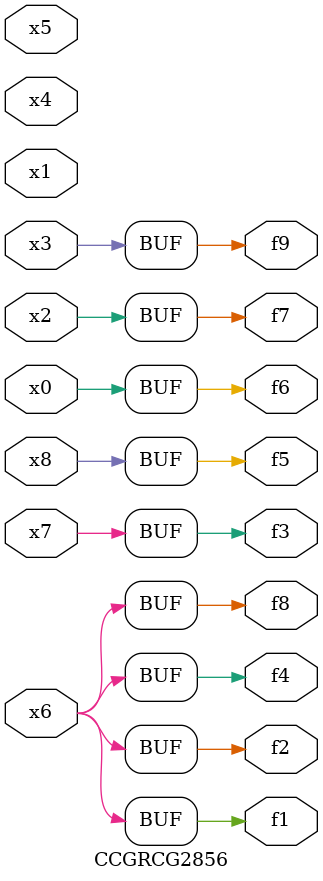
<source format=v>
module CCGRCG2856(
	input x0, x1, x2, x3, x4, x5, x6, x7, x8,
	output f1, f2, f3, f4, f5, f6, f7, f8, f9
);
	assign f1 = x6;
	assign f2 = x6;
	assign f3 = x7;
	assign f4 = x6;
	assign f5 = x8;
	assign f6 = x0;
	assign f7 = x2;
	assign f8 = x6;
	assign f9 = x3;
endmodule

</source>
